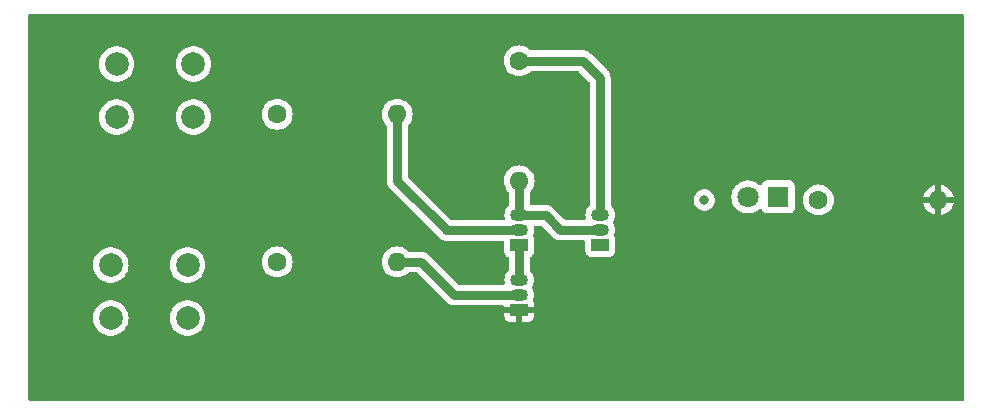
<source format=gbl>
G04 #@! TF.GenerationSoftware,KiCad,Pcbnew,7.0.8*
G04 #@! TF.CreationDate,2023-12-22T21:50:32-07:00*
G04 #@! TF.ProjectId,Sandbox,53616e64-626f-4782-9e6b-696361645f70,rev?*
G04 #@! TF.SameCoordinates,Original*
G04 #@! TF.FileFunction,Copper,L2,Bot*
G04 #@! TF.FilePolarity,Positive*
%FSLAX46Y46*%
G04 Gerber Fmt 4.6, Leading zero omitted, Abs format (unit mm)*
G04 Created by KiCad (PCBNEW 7.0.8) date 2023-12-22 21:50:32*
%MOMM*%
%LPD*%
G01*
G04 APERTURE LIST*
G04 #@! TA.AperFunction,ComponentPad*
%ADD10R,1.500000X1.050000*%
G04 #@! TD*
G04 #@! TA.AperFunction,ComponentPad*
%ADD11O,1.500000X1.050000*%
G04 #@! TD*
G04 #@! TA.AperFunction,ComponentPad*
%ADD12C,2.000000*%
G04 #@! TD*
G04 #@! TA.AperFunction,ComponentPad*
%ADD13C,1.600000*%
G04 #@! TD*
G04 #@! TA.AperFunction,ComponentPad*
%ADD14O,1.600000X1.600000*%
G04 #@! TD*
G04 #@! TA.AperFunction,ComponentPad*
%ADD15R,1.800000X1.800000*%
G04 #@! TD*
G04 #@! TA.AperFunction,ComponentPad*
%ADD16C,1.800000*%
G04 #@! TD*
G04 #@! TA.AperFunction,ViaPad*
%ADD17C,0.800000*%
G04 #@! TD*
G04 #@! TA.AperFunction,Conductor*
%ADD18C,0.750000*%
G04 #@! TD*
G04 APERTURE END LIST*
D10*
X700335000Y-449840000D03*
D11*
X700335000Y-448570000D03*
X700335000Y-447300000D03*
D12*
X666250000Y-434500000D03*
X672750000Y-434500000D03*
X666250000Y-439000000D03*
X672750000Y-439000000D03*
D13*
X700335000Y-434220000D03*
D14*
X700335000Y-444380000D03*
D12*
X665750000Y-451500000D03*
X672250000Y-451500000D03*
X665750000Y-456000000D03*
X672250000Y-456000000D03*
D13*
X679845001Y-451250000D03*
D14*
X690005001Y-451250000D03*
D13*
X725670000Y-446000000D03*
D14*
X735830000Y-446000000D03*
D13*
X679845001Y-438750001D03*
D14*
X690005001Y-438750001D03*
D10*
X700335000Y-455320000D03*
D11*
X700335000Y-454050000D03*
X700335000Y-452780000D03*
D15*
X722250000Y-445750000D03*
D16*
X719710000Y-445750000D03*
D10*
X707195000Y-449820000D03*
D11*
X707195000Y-448550000D03*
X707195000Y-447280000D03*
D17*
X716000000Y-446000000D03*
D18*
X707195000Y-447280000D02*
X707195000Y-435660000D01*
X707195000Y-435660000D02*
X705755000Y-434220000D01*
X707195000Y-435660000D02*
X705755000Y-434220000D01*
X705755000Y-434220000D02*
X700335000Y-434220000D01*
X705755000Y-434220000D02*
X700335000Y-434220000D01*
X707195000Y-447280000D02*
X707195000Y-435660000D01*
X707195000Y-435660000D02*
X705755000Y-434220000D01*
X707195000Y-435660000D02*
X705755000Y-434220000D01*
X707195000Y-447280000D02*
X707195000Y-435660000D01*
X707195000Y-447280000D02*
X707195000Y-435660000D01*
X705755000Y-434220000D02*
X700335000Y-434220000D01*
X707195000Y-447280000D02*
X707195000Y-435660000D01*
X707195000Y-435660000D02*
X705755000Y-434220000D01*
X707195000Y-435660000D02*
X705755000Y-434220000D01*
X705755000Y-434220000D02*
X700335000Y-434220000D01*
X707195000Y-447280000D02*
X707195000Y-435660000D01*
X705755000Y-434220000D02*
X700335000Y-434220000D01*
X705755000Y-434220000D02*
X700335000Y-434220000D01*
X700335000Y-449840000D02*
X700335000Y-452780000D01*
X700335000Y-449840000D02*
X700335000Y-452780000D01*
X700335000Y-449840000D02*
X700335000Y-452780000D01*
X700335000Y-449840000D02*
X700335000Y-452780000D01*
X700335000Y-449840000D02*
X700335000Y-452780000D01*
X700335000Y-449840000D02*
X700335000Y-452780000D01*
X700335000Y-448570000D02*
X694185000Y-448570000D01*
X694185000Y-448570000D02*
X694165000Y-448550000D01*
X700335000Y-448570000D02*
X694185000Y-448570000D01*
X694185000Y-448570000D02*
X694165000Y-448550000D01*
X700335000Y-448570000D02*
X694185000Y-448570000D01*
X700335000Y-448570000D02*
X694185000Y-448570000D01*
X690005000Y-444390000D02*
X690005000Y-438750000D01*
X700335000Y-448570000D02*
X694185000Y-448570000D01*
X694185000Y-448570000D02*
X690005000Y-444390000D01*
X694185000Y-448570000D02*
X694165000Y-448550000D01*
X690005000Y-444390000D02*
X690005000Y-438750000D01*
X700335000Y-448570000D02*
X694185000Y-448570000D01*
X694185000Y-448570000D02*
X694165000Y-448550000D01*
X694185000Y-448570000D02*
X690005000Y-444390000D01*
X700335000Y-447300000D02*
X702575000Y-447300000D01*
X703825000Y-448550000D02*
X707195000Y-448550000D01*
X700335000Y-447300000D02*
X702575000Y-447300000D01*
X700335000Y-444380000D02*
X700335000Y-447300000D01*
X700335000Y-444380000D02*
X700335000Y-447300000D01*
X702575000Y-447300000D02*
X703825000Y-448550000D01*
X703825000Y-448550000D02*
X707195000Y-448550000D01*
X700335000Y-444380000D02*
X700335000Y-447300000D01*
X703825000Y-448550000D02*
X707195000Y-448550000D01*
X702575000Y-447300000D02*
X703825000Y-448550000D01*
X700335000Y-447300000D02*
X702575000Y-447300000D01*
X702575000Y-447300000D02*
X703825000Y-448550000D01*
X700335000Y-447300000D02*
X702575000Y-447300000D01*
X703825000Y-448550000D02*
X707195000Y-448550000D01*
X703825000Y-448550000D02*
X707195000Y-448550000D01*
X702575000Y-447300000D02*
X703825000Y-448550000D01*
X700335000Y-447300000D02*
X702575000Y-447300000D01*
X700335000Y-444380000D02*
X700335000Y-447300000D01*
X702575000Y-447300000D02*
X703825000Y-448550000D01*
X703825000Y-448550000D02*
X707195000Y-448550000D01*
X700335000Y-444380000D02*
X700335000Y-447300000D01*
X700335000Y-444380000D02*
X700335000Y-447300000D01*
X700335000Y-447300000D02*
X702575000Y-447300000D01*
X702575000Y-447300000D02*
X703825000Y-448550000D01*
X700335000Y-454050000D02*
X694835000Y-454050000D01*
X692035000Y-451250000D02*
X689755000Y-451250000D01*
X700335000Y-454050000D02*
X694835000Y-454050000D01*
X694835000Y-454050000D02*
X692035000Y-451250000D01*
X694835000Y-454050000D02*
X692035000Y-451250000D01*
X700335000Y-454050000D02*
X694835000Y-454050000D01*
X700335000Y-454050000D02*
X694835000Y-454050000D01*
X700335000Y-454050000D02*
X694835000Y-454050000D01*
X700335000Y-454050000D02*
X694835000Y-454050000D01*
X692035000Y-451250000D02*
X689755000Y-451250000D01*
G04 #@! TA.AperFunction,Conductor*
G36*
X737942539Y-430270185D02*
G01*
X737988294Y-430322989D01*
X737999500Y-430374500D01*
X737999500Y-462875500D01*
X737979815Y-462942539D01*
X737927011Y-462988294D01*
X737875500Y-462999500D01*
X658874500Y-462999500D01*
X658807461Y-462979815D01*
X658761706Y-462927011D01*
X658750500Y-462875500D01*
X658750500Y-456000005D01*
X664244357Y-456000005D01*
X664264890Y-456247812D01*
X664264892Y-456247824D01*
X664325936Y-456488881D01*
X664425826Y-456716606D01*
X664561833Y-456924782D01*
X664561836Y-456924785D01*
X664730256Y-457107738D01*
X664926491Y-457260474D01*
X665145190Y-457378828D01*
X665380386Y-457459571D01*
X665625665Y-457500500D01*
X665874335Y-457500500D01*
X666119614Y-457459571D01*
X666354810Y-457378828D01*
X666573509Y-457260474D01*
X666769744Y-457107738D01*
X666938164Y-456924785D01*
X667074173Y-456716607D01*
X667174063Y-456488881D01*
X667235108Y-456247821D01*
X667238889Y-456202190D01*
X667255643Y-456000005D01*
X670744357Y-456000005D01*
X670764890Y-456247812D01*
X670764892Y-456247824D01*
X670825936Y-456488881D01*
X670925826Y-456716606D01*
X671061833Y-456924782D01*
X671061836Y-456924785D01*
X671230256Y-457107738D01*
X671426491Y-457260474D01*
X671645190Y-457378828D01*
X671880386Y-457459571D01*
X672125665Y-457500500D01*
X672374335Y-457500500D01*
X672619614Y-457459571D01*
X672854810Y-457378828D01*
X673073509Y-457260474D01*
X673269744Y-457107738D01*
X673438164Y-456924785D01*
X673574173Y-456716607D01*
X673674063Y-456488881D01*
X673735108Y-456247821D01*
X673738889Y-456202190D01*
X673755643Y-456000005D01*
X673755643Y-455999994D01*
X673735109Y-455752187D01*
X673735107Y-455752175D01*
X673674063Y-455511118D01*
X673574173Y-455283393D01*
X673438166Y-455075217D01*
X673414492Y-455049500D01*
X673269744Y-454892262D01*
X673073509Y-454739526D01*
X673073507Y-454739525D01*
X673073506Y-454739524D01*
X672854811Y-454621172D01*
X672854802Y-454621169D01*
X672619616Y-454540429D01*
X672374335Y-454499500D01*
X672125665Y-454499500D01*
X671880383Y-454540429D01*
X671645197Y-454621169D01*
X671645188Y-454621172D01*
X671426493Y-454739524D01*
X671230257Y-454892261D01*
X671061833Y-455075217D01*
X670925826Y-455283393D01*
X670825936Y-455511118D01*
X670764892Y-455752175D01*
X670764890Y-455752187D01*
X670744357Y-455999994D01*
X670744357Y-456000005D01*
X667255643Y-456000005D01*
X667255643Y-455999994D01*
X667235109Y-455752187D01*
X667235107Y-455752175D01*
X667174063Y-455511118D01*
X667074173Y-455283393D01*
X666938166Y-455075217D01*
X666914492Y-455049500D01*
X666769744Y-454892262D01*
X666573509Y-454739526D01*
X666573507Y-454739525D01*
X666573506Y-454739524D01*
X666354811Y-454621172D01*
X666354802Y-454621169D01*
X666119616Y-454540429D01*
X665874335Y-454499500D01*
X665625665Y-454499500D01*
X665380383Y-454540429D01*
X665145197Y-454621169D01*
X665145188Y-454621172D01*
X664926493Y-454739524D01*
X664730257Y-454892261D01*
X664561833Y-455075217D01*
X664425826Y-455283393D01*
X664325936Y-455511118D01*
X664264892Y-455752175D01*
X664264890Y-455752187D01*
X664244357Y-455999994D01*
X664244357Y-456000005D01*
X658750500Y-456000005D01*
X658750500Y-451500005D01*
X664244357Y-451500005D01*
X664264890Y-451747812D01*
X664264892Y-451747824D01*
X664325936Y-451988881D01*
X664425826Y-452216606D01*
X664561833Y-452424782D01*
X664561836Y-452424785D01*
X664730256Y-452607738D01*
X664926491Y-452760474D01*
X665145190Y-452878828D01*
X665380386Y-452959571D01*
X665625665Y-453000500D01*
X665874335Y-453000500D01*
X666119614Y-452959571D01*
X666354810Y-452878828D01*
X666573509Y-452760474D01*
X666769744Y-452607738D01*
X666938164Y-452424785D01*
X667074173Y-452216607D01*
X667174063Y-451988881D01*
X667235108Y-451747821D01*
X667255643Y-451500005D01*
X670744357Y-451500005D01*
X670764890Y-451747812D01*
X670764892Y-451747824D01*
X670825936Y-451988881D01*
X670925826Y-452216606D01*
X671061833Y-452424782D01*
X671061836Y-452424785D01*
X671230256Y-452607738D01*
X671426491Y-452760474D01*
X671645190Y-452878828D01*
X671880386Y-452959571D01*
X672125665Y-453000500D01*
X672374335Y-453000500D01*
X672619614Y-452959571D01*
X672854810Y-452878828D01*
X673073509Y-452760474D01*
X673269744Y-452607738D01*
X673438164Y-452424785D01*
X673574173Y-452216607D01*
X673674063Y-451988881D01*
X673735108Y-451747821D01*
X673755643Y-451500000D01*
X673753712Y-451476697D01*
X673735109Y-451252187D01*
X673735107Y-451252175D01*
X673734556Y-451250001D01*
X678539533Y-451250001D01*
X678559365Y-451476686D01*
X678559367Y-451476697D01*
X678618259Y-451696488D01*
X678618262Y-451696497D01*
X678714432Y-451902732D01*
X678714433Y-451902734D01*
X678844955Y-452089141D01*
X679005859Y-452250045D01*
X679005862Y-452250047D01*
X679192267Y-452380568D01*
X679398505Y-452476739D01*
X679618309Y-452535635D01*
X679780231Y-452549801D01*
X679844999Y-452555468D01*
X679845001Y-452555468D01*
X679845003Y-452555468D01*
X679901674Y-452550509D01*
X680071693Y-452535635D01*
X680291497Y-452476739D01*
X680497735Y-452380568D01*
X680684140Y-452250047D01*
X680845048Y-452089139D01*
X680975569Y-451902734D01*
X681071740Y-451696496D01*
X681130636Y-451476692D01*
X681150469Y-451250001D01*
X688699533Y-451250001D01*
X688719365Y-451476686D01*
X688719367Y-451476697D01*
X688778259Y-451696488D01*
X688778262Y-451696497D01*
X688874432Y-451902732D01*
X688874433Y-451902734D01*
X689004955Y-452089141D01*
X689165859Y-452250045D01*
X689165862Y-452250047D01*
X689352267Y-452380568D01*
X689558505Y-452476739D01*
X689778309Y-452535635D01*
X689940231Y-452549801D01*
X690004999Y-452555468D01*
X690005001Y-452555468D01*
X690005003Y-452555468D01*
X690061674Y-452550509D01*
X690231693Y-452535635D01*
X690451497Y-452476739D01*
X690657735Y-452380568D01*
X690844140Y-452250047D01*
X690932369Y-452161817D01*
X690993690Y-452128334D01*
X691020049Y-452125500D01*
X691620994Y-452125500D01*
X691688033Y-452145185D01*
X691708675Y-452161819D01*
X694188992Y-454642136D01*
X694192396Y-454645829D01*
X694229362Y-454689350D01*
X694229363Y-454689351D01*
X694229365Y-454689352D01*
X694229369Y-454689357D01*
X694295363Y-454739524D01*
X694295737Y-454739808D01*
X694360699Y-454792027D01*
X694360701Y-454792029D01*
X694360872Y-454792114D01*
X694380814Y-454804483D01*
X694380971Y-454804602D01*
X694456640Y-454839610D01*
X694531307Y-454876641D01*
X694531481Y-454876684D01*
X694553626Y-454884480D01*
X694553803Y-454884562D01*
X694553806Y-454884562D01*
X694553807Y-454884563D01*
X694553806Y-454884563D01*
X694635228Y-454902485D01*
X694651337Y-454906490D01*
X694716111Y-454922600D01*
X694716284Y-454922604D01*
X694739602Y-454925460D01*
X694739784Y-454925500D01*
X694739787Y-454925500D01*
X694823160Y-454925500D01*
X694906473Y-454927757D01*
X694906655Y-454927721D01*
X694930023Y-454925500D01*
X698961000Y-454925500D01*
X699028039Y-454945185D01*
X699073794Y-454997989D01*
X699085000Y-455049500D01*
X699085000Y-455070000D01*
X700000729Y-455070000D01*
X700006809Y-455070299D01*
X700042776Y-455073841D01*
X700051145Y-455074665D01*
X700016722Y-455112059D01*
X699966449Y-455226670D01*
X699956114Y-455351395D01*
X699986837Y-455472719D01*
X700050394Y-455570000D01*
X699085000Y-455570000D01*
X699085000Y-455892844D01*
X699091401Y-455952372D01*
X699091403Y-455952379D01*
X699141645Y-456087086D01*
X699141649Y-456087093D01*
X699227809Y-456202187D01*
X699227812Y-456202190D01*
X699342906Y-456288350D01*
X699342913Y-456288354D01*
X699477620Y-456338596D01*
X699477627Y-456338598D01*
X699537155Y-456344999D01*
X699537172Y-456345000D01*
X700085000Y-456345000D01*
X700085000Y-455600617D01*
X700154052Y-455654363D01*
X700272424Y-455695000D01*
X700366073Y-455695000D01*
X700458446Y-455679586D01*
X700568514Y-455620019D01*
X700585000Y-455602110D01*
X700585000Y-456345000D01*
X701132828Y-456345000D01*
X701132844Y-456344999D01*
X701192372Y-456338598D01*
X701192379Y-456338596D01*
X701327086Y-456288354D01*
X701327093Y-456288350D01*
X701442187Y-456202190D01*
X701442190Y-456202187D01*
X701528350Y-456087093D01*
X701528354Y-456087086D01*
X701578596Y-455952379D01*
X701578598Y-455952372D01*
X701584999Y-455892844D01*
X701585000Y-455892827D01*
X701585000Y-455570000D01*
X700614560Y-455570000D01*
X700653278Y-455527941D01*
X700703551Y-455413330D01*
X700713886Y-455288605D01*
X700683163Y-455167281D01*
X700622424Y-455074313D01*
X700627223Y-455073841D01*
X700663191Y-455070299D01*
X700669271Y-455070000D01*
X701585000Y-455070000D01*
X701585000Y-454747172D01*
X701584999Y-454747155D01*
X701578598Y-454687627D01*
X701578596Y-454687620D01*
X701528354Y-454552913D01*
X701524103Y-454545128D01*
X701526287Y-454543935D01*
X701506490Y-454490862D01*
X701511514Y-454446016D01*
X701512020Y-454444344D01*
X701512023Y-454444341D01*
X701570662Y-454251033D01*
X701590462Y-454050000D01*
X701570662Y-453848967D01*
X701512023Y-453655659D01*
X701416798Y-453477506D01*
X701416794Y-453477502D01*
X701414631Y-453473454D01*
X701400389Y-453405051D01*
X701414631Y-453356546D01*
X701416794Y-453352498D01*
X701416798Y-453352494D01*
X701512023Y-453174341D01*
X701570662Y-452981033D01*
X701590462Y-452780000D01*
X701570662Y-452578967D01*
X701512023Y-452385659D01*
X701512021Y-452385656D01*
X701512021Y-452385654D01*
X701416801Y-452207511D01*
X701416799Y-452207509D01*
X701416798Y-452207506D01*
X701365653Y-452145185D01*
X701288647Y-452051352D01*
X701255835Y-452024424D01*
X701216501Y-451966678D01*
X701210500Y-451928571D01*
X701210500Y-450938466D01*
X701230185Y-450871427D01*
X701282989Y-450825672D01*
X701291156Y-450822288D01*
X701327331Y-450808796D01*
X701442546Y-450722546D01*
X701528796Y-450607331D01*
X701579091Y-450472483D01*
X701585500Y-450412873D01*
X701585499Y-449267128D01*
X701579091Y-449207517D01*
X701572315Y-449189350D01*
X701528797Y-449072671D01*
X701524546Y-449064886D01*
X701526621Y-449063752D01*
X701506671Y-449010274D01*
X701511694Y-448965423D01*
X701512021Y-448964344D01*
X701512023Y-448964341D01*
X701570662Y-448771033D01*
X701590462Y-448570000D01*
X701570662Y-448368967D01*
X701568035Y-448360307D01*
X701560509Y-448335496D01*
X701559885Y-448265629D01*
X701597133Y-448206516D01*
X701660427Y-448176925D01*
X701679169Y-448175500D01*
X702160994Y-448175500D01*
X702228033Y-448195185D01*
X702248675Y-448211819D01*
X703178992Y-449142136D01*
X703182396Y-449145829D01*
X703219362Y-449189350D01*
X703219363Y-449189351D01*
X703219365Y-449189352D01*
X703219369Y-449189357D01*
X703285737Y-449239808D01*
X703350699Y-449292027D01*
X703350701Y-449292029D01*
X703350872Y-449292114D01*
X703370814Y-449304483D01*
X703370971Y-449304602D01*
X703446640Y-449339610D01*
X703521307Y-449376641D01*
X703521481Y-449376684D01*
X703543626Y-449384480D01*
X703543803Y-449384562D01*
X703543806Y-449384562D01*
X703543807Y-449384563D01*
X703543806Y-449384563D01*
X703625228Y-449402485D01*
X703641337Y-449406490D01*
X703706111Y-449422600D01*
X703706284Y-449422604D01*
X703729602Y-449425460D01*
X703729784Y-449425500D01*
X703729787Y-449425500D01*
X703813160Y-449425500D01*
X703896473Y-449427757D01*
X703896655Y-449427721D01*
X703920023Y-449425500D01*
X705820500Y-449425500D01*
X705887539Y-449445185D01*
X705933294Y-449497989D01*
X705944500Y-449549500D01*
X705944500Y-450392870D01*
X705944501Y-450392876D01*
X705950908Y-450452483D01*
X706001202Y-450587328D01*
X706001206Y-450587335D01*
X706087452Y-450702544D01*
X706087455Y-450702547D01*
X706202664Y-450788793D01*
X706202671Y-450788797D01*
X706337517Y-450839091D01*
X706337516Y-450839091D01*
X706344444Y-450839835D01*
X706397127Y-450845500D01*
X707992872Y-450845499D01*
X708052483Y-450839091D01*
X708187331Y-450788796D01*
X708302546Y-450702546D01*
X708388796Y-450587331D01*
X708439091Y-450452483D01*
X708445500Y-450392873D01*
X708445499Y-449247128D01*
X708439091Y-449187517D01*
X708423542Y-449145829D01*
X708388797Y-449052671D01*
X708384546Y-449044886D01*
X708386621Y-449043752D01*
X708366671Y-448990274D01*
X708371694Y-448945423D01*
X708372021Y-448944344D01*
X708372023Y-448944341D01*
X708430662Y-448751033D01*
X708450462Y-448550000D01*
X708430662Y-448348967D01*
X708372023Y-448155659D01*
X708276798Y-447977506D01*
X708276794Y-447977502D01*
X708274631Y-447973454D01*
X708260389Y-447905051D01*
X708274631Y-447856546D01*
X708276794Y-447852498D01*
X708276798Y-447852494D01*
X708372023Y-447674341D01*
X708430662Y-447481033D01*
X708450462Y-447280000D01*
X708430662Y-447078967D01*
X708372023Y-446885659D01*
X708372021Y-446885656D01*
X708372021Y-446885654D01*
X708276801Y-446707511D01*
X708276799Y-446707509D01*
X708276798Y-446707506D01*
X708165060Y-446571352D01*
X708148647Y-446551352D01*
X708115835Y-446524424D01*
X708076501Y-446466678D01*
X708070500Y-446428571D01*
X708070500Y-446000000D01*
X715094540Y-446000000D01*
X715114326Y-446188256D01*
X715114327Y-446188259D01*
X715172818Y-446368277D01*
X715172821Y-446368284D01*
X715267467Y-446532216D01*
X715375982Y-446652734D01*
X715394129Y-446672888D01*
X715547265Y-446784148D01*
X715547270Y-446784151D01*
X715720192Y-446861142D01*
X715720197Y-446861144D01*
X715905354Y-446900500D01*
X715905355Y-446900500D01*
X716094644Y-446900500D01*
X716094646Y-446900500D01*
X716279803Y-446861144D01*
X716452730Y-446784151D01*
X716605871Y-446672888D01*
X716732533Y-446532216D01*
X716827179Y-446368284D01*
X716885674Y-446188256D01*
X716905460Y-446000000D01*
X716885674Y-445811744D01*
X716865614Y-445750006D01*
X718304700Y-445750006D01*
X718323864Y-445981297D01*
X718323866Y-445981308D01*
X718380842Y-446206300D01*
X718474075Y-446418848D01*
X718601016Y-446613147D01*
X718601019Y-446613151D01*
X718601021Y-446613153D01*
X718758216Y-446783913D01*
X718758219Y-446783915D01*
X718758222Y-446783918D01*
X718941365Y-446926464D01*
X718941371Y-446926468D01*
X718941374Y-446926470D01*
X719145497Y-447036936D01*
X719259487Y-447076068D01*
X719365015Y-447112297D01*
X719365017Y-447112297D01*
X719365019Y-447112298D01*
X719593951Y-447150500D01*
X719593952Y-447150500D01*
X719826048Y-447150500D01*
X719826049Y-447150500D01*
X720054981Y-447112298D01*
X720274503Y-447036936D01*
X720478626Y-446926470D01*
X720511993Y-446900500D01*
X720661478Y-446784151D01*
X720661784Y-446783913D01*
X720670130Y-446774846D01*
X720730010Y-446738854D01*
X720799849Y-446740949D01*
X720857468Y-446780469D01*
X720877544Y-446815491D01*
X720906203Y-446892330D01*
X720906206Y-446892335D01*
X720992452Y-447007544D01*
X720992455Y-447007547D01*
X721107664Y-447093793D01*
X721107671Y-447093797D01*
X721242517Y-447144091D01*
X721242516Y-447144091D01*
X721249444Y-447144835D01*
X721302127Y-447150500D01*
X723197872Y-447150499D01*
X723257483Y-447144091D01*
X723392331Y-447093796D01*
X723507546Y-447007546D01*
X723593796Y-446892331D01*
X723644091Y-446757483D01*
X723650500Y-446697873D01*
X723650500Y-446000001D01*
X724364532Y-446000001D01*
X724384364Y-446226686D01*
X724384366Y-446226697D01*
X724443258Y-446446488D01*
X724443261Y-446446497D01*
X724539431Y-446652732D01*
X724539432Y-446652734D01*
X724669954Y-446839141D01*
X724830858Y-447000045D01*
X724830861Y-447000047D01*
X725017266Y-447130568D01*
X725223504Y-447226739D01*
X725443308Y-447285635D01*
X725605230Y-447299801D01*
X725669998Y-447305468D01*
X725670000Y-447305468D01*
X725670002Y-447305468D01*
X725732499Y-447300000D01*
X725896692Y-447285635D01*
X726116496Y-447226739D01*
X726322734Y-447130568D01*
X726509139Y-447000047D01*
X726670047Y-446839139D01*
X726800568Y-446652734D01*
X726896739Y-446446496D01*
X726955635Y-446226692D01*
X726975468Y-446000000D01*
X726973832Y-445981305D01*
X726964519Y-445874852D01*
X726955635Y-445773308D01*
X726949389Y-445749999D01*
X734551127Y-445749999D01*
X734551128Y-445750000D01*
X735514314Y-445750000D01*
X735502359Y-445761955D01*
X735444835Y-445874852D01*
X735425014Y-446000000D01*
X735444835Y-446125148D01*
X735502359Y-446238045D01*
X735514314Y-446250000D01*
X734551128Y-446250000D01*
X734603730Y-446446317D01*
X734603734Y-446446326D01*
X734699865Y-446652482D01*
X734830342Y-446838820D01*
X734991179Y-446999657D01*
X735177517Y-447130134D01*
X735383673Y-447226265D01*
X735383682Y-447226269D01*
X735579999Y-447278872D01*
X735580000Y-447278871D01*
X735580000Y-446315686D01*
X735591955Y-446327641D01*
X735704852Y-446385165D01*
X735798519Y-446400000D01*
X735861481Y-446400000D01*
X735955148Y-446385165D01*
X736068045Y-446327641D01*
X736080000Y-446315686D01*
X736080000Y-447278872D01*
X736276317Y-447226269D01*
X736276326Y-447226265D01*
X736482482Y-447130134D01*
X736668820Y-446999657D01*
X736829657Y-446838820D01*
X736960134Y-446652482D01*
X737056265Y-446446326D01*
X737056269Y-446446317D01*
X737108872Y-446250000D01*
X736145686Y-446250000D01*
X736157641Y-446238045D01*
X736215165Y-446125148D01*
X736234986Y-446000000D01*
X736215165Y-445874852D01*
X736157641Y-445761955D01*
X736145686Y-445750000D01*
X737108872Y-445750000D01*
X737108872Y-445749999D01*
X737056269Y-445553682D01*
X737056265Y-445553673D01*
X736960134Y-445347517D01*
X736829657Y-445161179D01*
X736668820Y-445000342D01*
X736482482Y-444869865D01*
X736276328Y-444773734D01*
X736080000Y-444721127D01*
X736080000Y-445684314D01*
X736068045Y-445672359D01*
X735955148Y-445614835D01*
X735861481Y-445600000D01*
X735798519Y-445600000D01*
X735704852Y-445614835D01*
X735591955Y-445672359D01*
X735580000Y-445684314D01*
X735580000Y-444721127D01*
X735383671Y-444773734D01*
X735177517Y-444869865D01*
X734991179Y-445000342D01*
X734830342Y-445161179D01*
X734699865Y-445347517D01*
X734603734Y-445553673D01*
X734603730Y-445553682D01*
X734551127Y-445749999D01*
X726949389Y-445749999D01*
X726896739Y-445553504D01*
X726800568Y-445347266D01*
X726670047Y-445160861D01*
X726670045Y-445160858D01*
X726509141Y-444999954D01*
X726322734Y-444869432D01*
X726322732Y-444869431D01*
X726116497Y-444773261D01*
X726116488Y-444773258D01*
X725896697Y-444714366D01*
X725896693Y-444714365D01*
X725896692Y-444714365D01*
X725896691Y-444714364D01*
X725896686Y-444714364D01*
X725670002Y-444694532D01*
X725669998Y-444694532D01*
X725443313Y-444714364D01*
X725443302Y-444714366D01*
X725223511Y-444773258D01*
X725223502Y-444773261D01*
X725017267Y-444869431D01*
X725017265Y-444869432D01*
X724830858Y-444999954D01*
X724669954Y-445160858D01*
X724539432Y-445347265D01*
X724539431Y-445347267D01*
X724443261Y-445553502D01*
X724443258Y-445553511D01*
X724384366Y-445773302D01*
X724384364Y-445773313D01*
X724364532Y-445999998D01*
X724364532Y-446000001D01*
X723650500Y-446000001D01*
X723650499Y-444802128D01*
X723644091Y-444742517D01*
X723634233Y-444716087D01*
X723593797Y-444607671D01*
X723593793Y-444607664D01*
X723507547Y-444492455D01*
X723507544Y-444492452D01*
X723392335Y-444406206D01*
X723392328Y-444406202D01*
X723257482Y-444355908D01*
X723257483Y-444355908D01*
X723197883Y-444349501D01*
X723197881Y-444349500D01*
X723197873Y-444349500D01*
X723197864Y-444349500D01*
X721302129Y-444349500D01*
X721302123Y-444349501D01*
X721242516Y-444355908D01*
X721107671Y-444406202D01*
X721107664Y-444406206D01*
X720992455Y-444492452D01*
X720992452Y-444492455D01*
X720906206Y-444607664D01*
X720906203Y-444607670D01*
X720877544Y-444684508D01*
X720835672Y-444740441D01*
X720770208Y-444764858D01*
X720701935Y-444750006D01*
X720670135Y-444725158D01*
X720661784Y-444716087D01*
X720661778Y-444716082D01*
X720661777Y-444716081D01*
X720478634Y-444573535D01*
X720478628Y-444573531D01*
X720274504Y-444463064D01*
X720274495Y-444463061D01*
X720054984Y-444387702D01*
X719883282Y-444359050D01*
X719826049Y-444349500D01*
X719593951Y-444349500D01*
X719579587Y-444351897D01*
X719365015Y-444387702D01*
X719145504Y-444463061D01*
X719145495Y-444463064D01*
X718941371Y-444573531D01*
X718941365Y-444573535D01*
X718758222Y-444716081D01*
X718758219Y-444716084D01*
X718758216Y-444716086D01*
X718758216Y-444716087D01*
X718717994Y-444759780D01*
X718601016Y-444886852D01*
X718474075Y-445081151D01*
X718380842Y-445293699D01*
X718323866Y-445518691D01*
X718323864Y-445518702D01*
X718304700Y-445749993D01*
X718304700Y-445750006D01*
X716865614Y-445750006D01*
X716827179Y-445631716D01*
X716732533Y-445467784D01*
X716605871Y-445327112D01*
X716578693Y-445307366D01*
X716452734Y-445215851D01*
X716452729Y-445215848D01*
X716279807Y-445138857D01*
X716279802Y-445138855D01*
X716134001Y-445107865D01*
X716094646Y-445099500D01*
X715905354Y-445099500D01*
X715872897Y-445106398D01*
X715720197Y-445138855D01*
X715720192Y-445138857D01*
X715547270Y-445215848D01*
X715547265Y-445215851D01*
X715394129Y-445327111D01*
X715267466Y-445467785D01*
X715172821Y-445631715D01*
X715172818Y-445631722D01*
X715126813Y-445773313D01*
X715114326Y-445811744D01*
X715094540Y-446000000D01*
X708070500Y-446000000D01*
X708070500Y-435698110D01*
X708070705Y-435693075D01*
X708075340Y-435636154D01*
X708075340Y-435636152D01*
X708064082Y-435553521D01*
X708055073Y-435470684D01*
X708055016Y-435470515D01*
X708049656Y-435447646D01*
X708049632Y-435447463D01*
X708049630Y-435447458D01*
X708049630Y-435447456D01*
X708020874Y-435369187D01*
X707994267Y-435290220D01*
X707994266Y-435290218D01*
X707994173Y-435290063D01*
X707984026Y-435268889D01*
X707983961Y-435268712D01*
X707939059Y-435198463D01*
X707896089Y-435127046D01*
X707895955Y-435126904D01*
X707881504Y-435108419D01*
X707881400Y-435108256D01*
X707822447Y-435049303D01*
X707765129Y-434988793D01*
X707764970Y-434988685D01*
X707746877Y-434973733D01*
X707219830Y-434446686D01*
X706400999Y-433627855D01*
X706397608Y-433624176D01*
X706360631Y-433580643D01*
X706343032Y-433567265D01*
X706294262Y-433530191D01*
X706229297Y-433477970D01*
X706229294Y-433477968D01*
X706229120Y-433477882D01*
X706209182Y-433465514D01*
X706209029Y-433465397D01*
X706209027Y-433465396D01*
X706133359Y-433430389D01*
X706058693Y-433393359D01*
X706058689Y-433393358D01*
X706058680Y-433393355D01*
X706058488Y-433393307D01*
X706036385Y-433385525D01*
X706036198Y-433385438D01*
X706036194Y-433385437D01*
X705954771Y-433367514D01*
X705873885Y-433347399D01*
X705873689Y-433347394D01*
X705850413Y-433344543D01*
X705850222Y-433344501D01*
X705850219Y-433344500D01*
X705850216Y-433344500D01*
X705850212Y-433344500D01*
X705766840Y-433344500D01*
X705683527Y-433342243D01*
X705683526Y-433342243D01*
X705683345Y-433342278D01*
X705659977Y-433344500D01*
X701350048Y-433344500D01*
X701283009Y-433324815D01*
X701262371Y-433308185D01*
X701174139Y-433219953D01*
X701174138Y-433219952D01*
X701174137Y-433219951D01*
X700987734Y-433089432D01*
X700987732Y-433089431D01*
X700781497Y-432993261D01*
X700781488Y-432993258D01*
X700561697Y-432934366D01*
X700561693Y-432934365D01*
X700561692Y-432934365D01*
X700561691Y-432934364D01*
X700561686Y-432934364D01*
X700335002Y-432914532D01*
X700334998Y-432914532D01*
X700108313Y-432934364D01*
X700108302Y-432934366D01*
X699888511Y-432993258D01*
X699888502Y-432993261D01*
X699682267Y-433089431D01*
X699682265Y-433089432D01*
X699495858Y-433219954D01*
X699334954Y-433380858D01*
X699204432Y-433567265D01*
X699204431Y-433567267D01*
X699108261Y-433773502D01*
X699108258Y-433773511D01*
X699049366Y-433993302D01*
X699049364Y-433993313D01*
X699029532Y-434219998D01*
X699029532Y-434220001D01*
X699049364Y-434446686D01*
X699049366Y-434446697D01*
X699108258Y-434666488D01*
X699108261Y-434666497D01*
X699204431Y-434872732D01*
X699204432Y-434872734D01*
X699334954Y-435059141D01*
X699495858Y-435220045D01*
X699495861Y-435220047D01*
X699682266Y-435350568D01*
X699888504Y-435446739D01*
X699888509Y-435446740D01*
X699888511Y-435446741D01*
X699891206Y-435447463D01*
X700108308Y-435505635D01*
X700270230Y-435519801D01*
X700334998Y-435525468D01*
X700335000Y-435525468D01*
X700335002Y-435525468D01*
X700391673Y-435520509D01*
X700561692Y-435505635D01*
X700781496Y-435446739D01*
X700987734Y-435350568D01*
X701174139Y-435220047D01*
X701262368Y-435131817D01*
X701323689Y-435098334D01*
X701350048Y-435095500D01*
X705340994Y-435095500D01*
X705408033Y-435115185D01*
X705428675Y-435131819D01*
X706283181Y-435986325D01*
X706316666Y-436047648D01*
X706319500Y-436074006D01*
X706319500Y-446428571D01*
X706299815Y-446495610D01*
X706274165Y-446524424D01*
X706241352Y-446551352D01*
X706113203Y-446707504D01*
X706113198Y-446707511D01*
X706017978Y-446885654D01*
X705959337Y-447078968D01*
X705939538Y-447280000D01*
X705959338Y-447481035D01*
X705969491Y-447514504D01*
X705970115Y-447584371D01*
X705932867Y-447643484D01*
X705869573Y-447673075D01*
X705850831Y-447674500D01*
X704239006Y-447674500D01*
X704171967Y-447654815D01*
X704151325Y-447638181D01*
X703739409Y-447226265D01*
X703220999Y-446707855D01*
X703217608Y-446704176D01*
X703180631Y-446660643D01*
X703169895Y-446652482D01*
X703114262Y-446610191D01*
X703049297Y-446557970D01*
X703049294Y-446557968D01*
X703049120Y-446557882D01*
X703029182Y-446545514D01*
X703029029Y-446545397D01*
X703029027Y-446545396D01*
X702953359Y-446510389D01*
X702923559Y-446495610D01*
X702878693Y-446473359D01*
X702878689Y-446473358D01*
X702878680Y-446473355D01*
X702878488Y-446473307D01*
X702856385Y-446465525D01*
X702856198Y-446465438D01*
X702856194Y-446465437D01*
X702774771Y-446447514D01*
X702693885Y-446427399D01*
X702693689Y-446427394D01*
X702670413Y-446424543D01*
X702670222Y-446424501D01*
X702670219Y-446424500D01*
X702670216Y-446424500D01*
X702670212Y-446424500D01*
X702586840Y-446424500D01*
X702503527Y-446422243D01*
X702503526Y-446422243D01*
X702503345Y-446422278D01*
X702479977Y-446424500D01*
X701334500Y-446424500D01*
X701267461Y-446404815D01*
X701221706Y-446352011D01*
X701210500Y-446300500D01*
X701210500Y-445395048D01*
X701230185Y-445328009D01*
X701246814Y-445307371D01*
X701335047Y-445219139D01*
X701465568Y-445032734D01*
X701561739Y-444826496D01*
X701620635Y-444606692D01*
X701640468Y-444380000D01*
X701620635Y-444153308D01*
X701561739Y-443933504D01*
X701465568Y-443727266D01*
X701335047Y-443540861D01*
X701335045Y-443540858D01*
X701174141Y-443379954D01*
X700987734Y-443249432D01*
X700987732Y-443249431D01*
X700781497Y-443153261D01*
X700781488Y-443153258D01*
X700561697Y-443094366D01*
X700561693Y-443094365D01*
X700561692Y-443094365D01*
X700561691Y-443094364D01*
X700561686Y-443094364D01*
X700335002Y-443074532D01*
X700334998Y-443074532D01*
X700108313Y-443094364D01*
X700108302Y-443094366D01*
X699888511Y-443153258D01*
X699888502Y-443153261D01*
X699682267Y-443249431D01*
X699682265Y-443249432D01*
X699495858Y-443379954D01*
X699334954Y-443540858D01*
X699204432Y-443727265D01*
X699204431Y-443727267D01*
X699108261Y-443933502D01*
X699108258Y-443933511D01*
X699049366Y-444153302D01*
X699049364Y-444153313D01*
X699029532Y-444379998D01*
X699029532Y-444380001D01*
X699049364Y-444606686D01*
X699049366Y-444606697D01*
X699108258Y-444826488D01*
X699108261Y-444826497D01*
X699204431Y-445032732D01*
X699204432Y-445032734D01*
X699334951Y-445219137D01*
X699334952Y-445219138D01*
X699334953Y-445219139D01*
X699423182Y-445307368D01*
X699456666Y-445368689D01*
X699459500Y-445395048D01*
X699459500Y-446448571D01*
X699439815Y-446515610D01*
X699414165Y-446544424D01*
X699381352Y-446571352D01*
X699253203Y-446727504D01*
X699253198Y-446727511D01*
X699157978Y-446905654D01*
X699099337Y-447098968D01*
X699079538Y-447300000D01*
X699099338Y-447501035D01*
X699109491Y-447534504D01*
X699110115Y-447604371D01*
X699072867Y-447663484D01*
X699009573Y-447693075D01*
X698990831Y-447694500D01*
X694599006Y-447694500D01*
X694531967Y-447674815D01*
X694511325Y-447658181D01*
X690916819Y-444063675D01*
X690883334Y-444002352D01*
X690880500Y-443975994D01*
X690880500Y-439765050D01*
X690900185Y-439698011D01*
X690916814Y-439677373D01*
X691005048Y-439589140D01*
X691135569Y-439402735D01*
X691231740Y-439196497D01*
X691290636Y-438976693D01*
X691310278Y-438752187D01*
X691310469Y-438750002D01*
X691310469Y-438749999D01*
X691290636Y-438523314D01*
X691290636Y-438523309D01*
X691231740Y-438303505D01*
X691135569Y-438097267D01*
X691005048Y-437910862D01*
X691005046Y-437910859D01*
X690844142Y-437749955D01*
X690657735Y-437619433D01*
X690657733Y-437619432D01*
X690451498Y-437523262D01*
X690451489Y-437523259D01*
X690231698Y-437464367D01*
X690231694Y-437464366D01*
X690231693Y-437464366D01*
X690231692Y-437464365D01*
X690231687Y-437464365D01*
X690005003Y-437444533D01*
X690004999Y-437444533D01*
X689778314Y-437464365D01*
X689778303Y-437464367D01*
X689558512Y-437523259D01*
X689558503Y-437523262D01*
X689352268Y-437619432D01*
X689352266Y-437619433D01*
X689165859Y-437749955D01*
X689004955Y-437910859D01*
X688874433Y-438097266D01*
X688874432Y-438097268D01*
X688778262Y-438303503D01*
X688778259Y-438303512D01*
X688719367Y-438523303D01*
X688719365Y-438523314D01*
X688699533Y-438749999D01*
X688699533Y-438750002D01*
X688719365Y-438976687D01*
X688719367Y-438976698D01*
X688778259Y-439196489D01*
X688778262Y-439196498D01*
X688874432Y-439402733D01*
X688874433Y-439402735D01*
X689004952Y-439589138D01*
X689004953Y-439589139D01*
X689004954Y-439589140D01*
X689093182Y-439677368D01*
X689126666Y-439738689D01*
X689129500Y-439765048D01*
X689129500Y-444351897D01*
X689129295Y-444356931D01*
X689124660Y-444413843D01*
X689135914Y-444496441D01*
X689144927Y-444579316D01*
X689144929Y-444579327D01*
X689144990Y-444579506D01*
X689150340Y-444602331D01*
X689150366Y-444602525D01*
X689150368Y-444602535D01*
X689150369Y-444602537D01*
X689152255Y-444607670D01*
X689179119Y-444680794D01*
X689205730Y-444759774D01*
X689205734Y-444759782D01*
X689205832Y-444759945D01*
X689215969Y-444781099D01*
X689216036Y-444781283D01*
X689216038Y-444781286D01*
X689216039Y-444781288D01*
X689229360Y-444802129D01*
X689244935Y-444826497D01*
X689260940Y-444851536D01*
X689303911Y-444922954D01*
X689304042Y-444923092D01*
X689318495Y-444941579D01*
X689318602Y-444941747D01*
X689376809Y-444999953D01*
X689377552Y-445000696D01*
X689434871Y-445061207D01*
X689435028Y-445061314D01*
X689453121Y-445076265D01*
X693478600Y-449101744D01*
X693538992Y-449162136D01*
X693542396Y-449165829D01*
X693579362Y-449209350D01*
X693579363Y-449209351D01*
X693579365Y-449209352D01*
X693579369Y-449209357D01*
X693629050Y-449247123D01*
X693645737Y-449259808D01*
X693710699Y-449312027D01*
X693710701Y-449312029D01*
X693710872Y-449312114D01*
X693730814Y-449324483D01*
X693730971Y-449324602D01*
X693806640Y-449359610D01*
X693881307Y-449396641D01*
X693881483Y-449396684D01*
X693903625Y-449404479D01*
X693903803Y-449404562D01*
X693944513Y-449413523D01*
X693985223Y-449422484D01*
X693997194Y-449425461D01*
X694066110Y-449442600D01*
X694066283Y-449442604D01*
X694089602Y-449445460D01*
X694089784Y-449445500D01*
X694089787Y-449445500D01*
X694173159Y-449445500D01*
X694256473Y-449447757D01*
X694256655Y-449447721D01*
X694280023Y-449445500D01*
X698960500Y-449445500D01*
X699027539Y-449465185D01*
X699073294Y-449517989D01*
X699084500Y-449569500D01*
X699084500Y-450412870D01*
X699084501Y-450412876D01*
X699090908Y-450472483D01*
X699141202Y-450607328D01*
X699141206Y-450607335D01*
X699227452Y-450722544D01*
X699227455Y-450722547D01*
X699342664Y-450808793D01*
X699342669Y-450808796D01*
X699378832Y-450822284D01*
X699434766Y-450864154D01*
X699459184Y-450929618D01*
X699459500Y-450938466D01*
X699459500Y-451928571D01*
X699439815Y-451995610D01*
X699414165Y-452024424D01*
X699381352Y-452051352D01*
X699253203Y-452207504D01*
X699253198Y-452207511D01*
X699157978Y-452385654D01*
X699099337Y-452578968D01*
X699079538Y-452780000D01*
X699099338Y-452981035D01*
X699109491Y-453014504D01*
X699110115Y-453084371D01*
X699072867Y-453143484D01*
X699009573Y-453173075D01*
X698990831Y-453174500D01*
X695249006Y-453174500D01*
X695181967Y-453154815D01*
X695161325Y-453138181D01*
X693925876Y-451902732D01*
X692680999Y-450657855D01*
X692677608Y-450654176D01*
X692640631Y-450610643D01*
X692636279Y-450607335D01*
X692574262Y-450560191D01*
X692509297Y-450507970D01*
X692509294Y-450507968D01*
X692509120Y-450507882D01*
X692489182Y-450495514D01*
X692489029Y-450495397D01*
X692489027Y-450495396D01*
X692413359Y-450460389D01*
X692338693Y-450423359D01*
X692338689Y-450423358D01*
X692338680Y-450423355D01*
X692338488Y-450423307D01*
X692316385Y-450415525D01*
X692316198Y-450415438D01*
X692316194Y-450415437D01*
X692234771Y-450397514D01*
X692153885Y-450377399D01*
X692153689Y-450377394D01*
X692130413Y-450374543D01*
X692130222Y-450374501D01*
X692130219Y-450374500D01*
X692130216Y-450374500D01*
X692130212Y-450374500D01*
X692046840Y-450374500D01*
X691963527Y-450372243D01*
X691963526Y-450372243D01*
X691963345Y-450372278D01*
X691939977Y-450374500D01*
X691020049Y-450374500D01*
X690953010Y-450354815D01*
X690932372Y-450338185D01*
X690844140Y-450249953D01*
X690844139Y-450249952D01*
X690844138Y-450249951D01*
X690657735Y-450119432D01*
X690657733Y-450119431D01*
X690451498Y-450023261D01*
X690451489Y-450023258D01*
X690231698Y-449964366D01*
X690231694Y-449964365D01*
X690231693Y-449964365D01*
X690231692Y-449964364D01*
X690231687Y-449964364D01*
X690005003Y-449944532D01*
X690004999Y-449944532D01*
X689778314Y-449964364D01*
X689778303Y-449964366D01*
X689558512Y-450023258D01*
X689558503Y-450023261D01*
X689352268Y-450119431D01*
X689352266Y-450119432D01*
X689165859Y-450249954D01*
X689004955Y-450410858D01*
X688874433Y-450597265D01*
X688874432Y-450597267D01*
X688778262Y-450803502D01*
X688778259Y-450803511D01*
X688719367Y-451023302D01*
X688719365Y-451023313D01*
X688699533Y-451249998D01*
X688699533Y-451250001D01*
X681150469Y-451250001D01*
X681150469Y-451250000D01*
X681130636Y-451023308D01*
X681071740Y-450803504D01*
X680975569Y-450597266D01*
X680845048Y-450410861D01*
X680845046Y-450410858D01*
X680684142Y-450249954D01*
X680497735Y-450119432D01*
X680497733Y-450119431D01*
X680291498Y-450023261D01*
X680291489Y-450023258D01*
X680071698Y-449964366D01*
X680071694Y-449964365D01*
X680071693Y-449964365D01*
X680071692Y-449964364D01*
X680071687Y-449964364D01*
X679845003Y-449944532D01*
X679844999Y-449944532D01*
X679618314Y-449964364D01*
X679618303Y-449964366D01*
X679398512Y-450023258D01*
X679398503Y-450023261D01*
X679192268Y-450119431D01*
X679192266Y-450119432D01*
X679005859Y-450249954D01*
X678844955Y-450410858D01*
X678714433Y-450597265D01*
X678714432Y-450597267D01*
X678618262Y-450803502D01*
X678618259Y-450803511D01*
X678559367Y-451023302D01*
X678559365Y-451023313D01*
X678539533Y-451249998D01*
X678539533Y-451250001D01*
X673734556Y-451250001D01*
X673674063Y-451011118D01*
X673574173Y-450783393D01*
X673438166Y-450575217D01*
X673416557Y-450551744D01*
X673269744Y-450392262D01*
X673073509Y-450239526D01*
X673073507Y-450239525D01*
X673073506Y-450239524D01*
X672854811Y-450121172D01*
X672854802Y-450121169D01*
X672619616Y-450040429D01*
X672374335Y-449999500D01*
X672125665Y-449999500D01*
X671880383Y-450040429D01*
X671645197Y-450121169D01*
X671645188Y-450121172D01*
X671426493Y-450239524D01*
X671230257Y-450392261D01*
X671230256Y-450392262D01*
X671229694Y-450392873D01*
X671061833Y-450575217D01*
X670925826Y-450783393D01*
X670825936Y-451011118D01*
X670764892Y-451252175D01*
X670764890Y-451252187D01*
X670744357Y-451499994D01*
X670744357Y-451500005D01*
X667255643Y-451500005D01*
X667255643Y-451500000D01*
X667253712Y-451476697D01*
X667235109Y-451252187D01*
X667235107Y-451252175D01*
X667174063Y-451011118D01*
X667074173Y-450783393D01*
X666938166Y-450575217D01*
X666916557Y-450551744D01*
X666769744Y-450392262D01*
X666573509Y-450239526D01*
X666573507Y-450239525D01*
X666573506Y-450239524D01*
X666354811Y-450121172D01*
X666354802Y-450121169D01*
X666119616Y-450040429D01*
X665874335Y-449999500D01*
X665625665Y-449999500D01*
X665380383Y-450040429D01*
X665145197Y-450121169D01*
X665145188Y-450121172D01*
X664926493Y-450239524D01*
X664730257Y-450392261D01*
X664730256Y-450392262D01*
X664729694Y-450392873D01*
X664561833Y-450575217D01*
X664425826Y-450783393D01*
X664325936Y-451011118D01*
X664264892Y-451252175D01*
X664264890Y-451252187D01*
X664244357Y-451499994D01*
X664244357Y-451500005D01*
X658750500Y-451500005D01*
X658750500Y-439000005D01*
X664744357Y-439000005D01*
X664764890Y-439247812D01*
X664764892Y-439247824D01*
X664825936Y-439488881D01*
X664925826Y-439716606D01*
X665061833Y-439924782D01*
X665061836Y-439924785D01*
X665230256Y-440107738D01*
X665426491Y-440260474D01*
X665645190Y-440378828D01*
X665880386Y-440459571D01*
X666125665Y-440500500D01*
X666374335Y-440500500D01*
X666619614Y-440459571D01*
X666854810Y-440378828D01*
X667073509Y-440260474D01*
X667269744Y-440107738D01*
X667438164Y-439924785D01*
X667574173Y-439716607D01*
X667674063Y-439488881D01*
X667735108Y-439247821D01*
X667739361Y-439196497D01*
X667755643Y-439000005D01*
X671244357Y-439000005D01*
X671264890Y-439247812D01*
X671264892Y-439247824D01*
X671325936Y-439488881D01*
X671425826Y-439716606D01*
X671561833Y-439924782D01*
X671561836Y-439924785D01*
X671730256Y-440107738D01*
X671926491Y-440260474D01*
X672145190Y-440378828D01*
X672380386Y-440459571D01*
X672625665Y-440500500D01*
X672874335Y-440500500D01*
X673119614Y-440459571D01*
X673354810Y-440378828D01*
X673573509Y-440260474D01*
X673769744Y-440107738D01*
X673938164Y-439924785D01*
X674074173Y-439716607D01*
X674174063Y-439488881D01*
X674235108Y-439247821D01*
X674239361Y-439196497D01*
X674255643Y-439000005D01*
X674255643Y-438999994D01*
X674235109Y-438752187D01*
X674235107Y-438752175D01*
X674234557Y-438750002D01*
X678539533Y-438750002D01*
X678559365Y-438976687D01*
X678559367Y-438976698D01*
X678618259Y-439196489D01*
X678618262Y-439196498D01*
X678714432Y-439402733D01*
X678714433Y-439402735D01*
X678844955Y-439589142D01*
X679005859Y-439750046D01*
X679005862Y-439750048D01*
X679192267Y-439880569D01*
X679398505Y-439976740D01*
X679618309Y-440035636D01*
X679780231Y-440049802D01*
X679844999Y-440055469D01*
X679845001Y-440055469D01*
X679845003Y-440055469D01*
X679901674Y-440050510D01*
X680071693Y-440035636D01*
X680291497Y-439976740D01*
X680497735Y-439880569D01*
X680684140Y-439750048D01*
X680845048Y-439589140D01*
X680975569Y-439402735D01*
X681071740Y-439196497D01*
X681130636Y-438976693D01*
X681150278Y-438752187D01*
X681150469Y-438750002D01*
X681150469Y-438749999D01*
X681130636Y-438523314D01*
X681130636Y-438523309D01*
X681071740Y-438303505D01*
X680975569Y-438097267D01*
X680845048Y-437910862D01*
X680845046Y-437910859D01*
X680684142Y-437749955D01*
X680497735Y-437619433D01*
X680497733Y-437619432D01*
X680291498Y-437523262D01*
X680291489Y-437523259D01*
X680071698Y-437464367D01*
X680071694Y-437464366D01*
X680071693Y-437464366D01*
X680071692Y-437464365D01*
X680071687Y-437464365D01*
X679845003Y-437444533D01*
X679844999Y-437444533D01*
X679618314Y-437464365D01*
X679618303Y-437464367D01*
X679398512Y-437523259D01*
X679398503Y-437523262D01*
X679192268Y-437619432D01*
X679192266Y-437619433D01*
X679005859Y-437749955D01*
X678844955Y-437910859D01*
X678714433Y-438097266D01*
X678714432Y-438097268D01*
X678618262Y-438303503D01*
X678618259Y-438303512D01*
X678559367Y-438523303D01*
X678559365Y-438523314D01*
X678539533Y-438749999D01*
X678539533Y-438750002D01*
X674234557Y-438750002D01*
X674174063Y-438511118D01*
X674074173Y-438283393D01*
X673938166Y-438075217D01*
X673786866Y-437910862D01*
X673769744Y-437892262D01*
X673573509Y-437739526D01*
X673573507Y-437739525D01*
X673573506Y-437739524D01*
X673354811Y-437621172D01*
X673354802Y-437621169D01*
X673119616Y-437540429D01*
X672874335Y-437499500D01*
X672625665Y-437499500D01*
X672380383Y-437540429D01*
X672145197Y-437621169D01*
X672145188Y-437621172D01*
X671926493Y-437739524D01*
X671730257Y-437892261D01*
X671561833Y-438075217D01*
X671425826Y-438283393D01*
X671325936Y-438511118D01*
X671264892Y-438752175D01*
X671264890Y-438752187D01*
X671244357Y-438999994D01*
X671244357Y-439000005D01*
X667755643Y-439000005D01*
X667755643Y-438999994D01*
X667735109Y-438752187D01*
X667735107Y-438752175D01*
X667674063Y-438511118D01*
X667574173Y-438283393D01*
X667438166Y-438075217D01*
X667286866Y-437910862D01*
X667269744Y-437892262D01*
X667073509Y-437739526D01*
X667073507Y-437739525D01*
X667073506Y-437739524D01*
X666854811Y-437621172D01*
X666854802Y-437621169D01*
X666619616Y-437540429D01*
X666374335Y-437499500D01*
X666125665Y-437499500D01*
X665880383Y-437540429D01*
X665645197Y-437621169D01*
X665645188Y-437621172D01*
X665426493Y-437739524D01*
X665230257Y-437892261D01*
X665061833Y-438075217D01*
X664925826Y-438283393D01*
X664825936Y-438511118D01*
X664764892Y-438752175D01*
X664764890Y-438752187D01*
X664744357Y-438999994D01*
X664744357Y-439000005D01*
X658750500Y-439000005D01*
X658750500Y-434500005D01*
X664744357Y-434500005D01*
X664764890Y-434747812D01*
X664764892Y-434747824D01*
X664825936Y-434988881D01*
X664925826Y-435216606D01*
X665061833Y-435424782D01*
X665082874Y-435447638D01*
X665230256Y-435607738D01*
X665426491Y-435760474D01*
X665645190Y-435878828D01*
X665880386Y-435959571D01*
X666125665Y-436000500D01*
X666374335Y-436000500D01*
X666619614Y-435959571D01*
X666854810Y-435878828D01*
X667073509Y-435760474D01*
X667269744Y-435607738D01*
X667438164Y-435424785D01*
X667574173Y-435216607D01*
X667674063Y-434988881D01*
X667735108Y-434747821D01*
X667741847Y-434666496D01*
X667755643Y-434500005D01*
X671244357Y-434500005D01*
X671264890Y-434747812D01*
X671264892Y-434747824D01*
X671325936Y-434988881D01*
X671425826Y-435216606D01*
X671561833Y-435424782D01*
X671582874Y-435447638D01*
X671730256Y-435607738D01*
X671926491Y-435760474D01*
X672145190Y-435878828D01*
X672380386Y-435959571D01*
X672625665Y-436000500D01*
X672874335Y-436000500D01*
X673119614Y-435959571D01*
X673354810Y-435878828D01*
X673573509Y-435760474D01*
X673769744Y-435607738D01*
X673938164Y-435424785D01*
X674074173Y-435216607D01*
X674174063Y-434988881D01*
X674235108Y-434747821D01*
X674241847Y-434666496D01*
X674255643Y-434500005D01*
X674255643Y-434499994D01*
X674235109Y-434252187D01*
X674235107Y-434252175D01*
X674174063Y-434011118D01*
X674074173Y-433783393D01*
X673938166Y-433575217D01*
X673916557Y-433551744D01*
X673769744Y-433392262D01*
X673573509Y-433239526D01*
X673573507Y-433239525D01*
X673573506Y-433239524D01*
X673354811Y-433121172D01*
X673354802Y-433121169D01*
X673119616Y-433040429D01*
X672874335Y-432999500D01*
X672625665Y-432999500D01*
X672380383Y-433040429D01*
X672145197Y-433121169D01*
X672145188Y-433121172D01*
X671926493Y-433239524D01*
X671730257Y-433392261D01*
X671561833Y-433575217D01*
X671425826Y-433783393D01*
X671325936Y-434011118D01*
X671264892Y-434252175D01*
X671264890Y-434252187D01*
X671244357Y-434499994D01*
X671244357Y-434500005D01*
X667755643Y-434500005D01*
X667755643Y-434499994D01*
X667735109Y-434252187D01*
X667735107Y-434252175D01*
X667674063Y-434011118D01*
X667574173Y-433783393D01*
X667438166Y-433575217D01*
X667416557Y-433551744D01*
X667269744Y-433392262D01*
X667073509Y-433239526D01*
X667073507Y-433239525D01*
X667073506Y-433239524D01*
X666854811Y-433121172D01*
X666854802Y-433121169D01*
X666619616Y-433040429D01*
X666374335Y-432999500D01*
X666125665Y-432999500D01*
X665880383Y-433040429D01*
X665645197Y-433121169D01*
X665645188Y-433121172D01*
X665426493Y-433239524D01*
X665230257Y-433392261D01*
X665061833Y-433575217D01*
X664925826Y-433783393D01*
X664825936Y-434011118D01*
X664764892Y-434252175D01*
X664764890Y-434252187D01*
X664744357Y-434499994D01*
X664744357Y-434500005D01*
X658750500Y-434500005D01*
X658750500Y-430374500D01*
X658770185Y-430307461D01*
X658822989Y-430261706D01*
X658874500Y-430250500D01*
X737875500Y-430250500D01*
X737942539Y-430270185D01*
G37*
G04 #@! TD.AperFunction*
M02*

</source>
